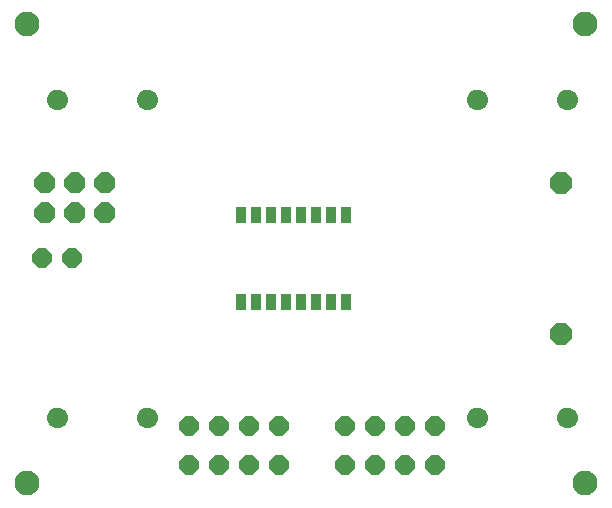
<source format=gbs>
G75*
%MOIN*%
%OFA0B0*%
%FSLAX25Y25*%
%IPPOS*%
%LPD*%
%AMOC8*
5,1,8,0,0,1.08239X$1,22.5*
%
%ADD10C,0.08274*%
%ADD11OC8,0.06400*%
%ADD12C,0.03500*%
%ADD13OC8,0.07000*%
%ADD14OC8,0.07400*%
%ADD15R,0.03400X0.05400*%
D10*
X0007800Y0007800D03*
X0007800Y0160800D03*
X0193800Y0160800D03*
X0193800Y0007800D03*
D11*
X0143800Y0013800D03*
X0133800Y0013800D03*
X0123800Y0013800D03*
X0113800Y0013800D03*
X0113800Y0026800D03*
X0123800Y0026800D03*
X0133800Y0026800D03*
X0143800Y0026800D03*
X0091800Y0026800D03*
X0081800Y0026800D03*
X0071800Y0026800D03*
X0061800Y0026800D03*
X0061800Y0013800D03*
X0071800Y0013800D03*
X0081800Y0013800D03*
X0091800Y0013800D03*
X0022800Y0082800D03*
X0012800Y0082800D03*
D12*
X0016219Y0135800D02*
X0016221Y0135879D01*
X0016227Y0135959D01*
X0016237Y0136038D01*
X0016251Y0136116D01*
X0016269Y0136193D01*
X0016290Y0136270D01*
X0016316Y0136345D01*
X0016345Y0136419D01*
X0016378Y0136491D01*
X0016415Y0136562D01*
X0016455Y0136630D01*
X0016498Y0136697D01*
X0016545Y0136761D01*
X0016595Y0136823D01*
X0016648Y0136882D01*
X0016703Y0136939D01*
X0016762Y0136992D01*
X0016823Y0137043D01*
X0016887Y0137091D01*
X0016953Y0137135D01*
X0017021Y0137176D01*
X0017091Y0137213D01*
X0017163Y0137247D01*
X0017237Y0137277D01*
X0017311Y0137304D01*
X0017388Y0137326D01*
X0017465Y0137345D01*
X0017543Y0137360D01*
X0017622Y0137371D01*
X0017701Y0137378D01*
X0017780Y0137381D01*
X0017860Y0137380D01*
X0017939Y0137375D01*
X0018018Y0137366D01*
X0018096Y0137353D01*
X0018174Y0137336D01*
X0018251Y0137315D01*
X0018326Y0137291D01*
X0018400Y0137263D01*
X0018473Y0137231D01*
X0018544Y0137195D01*
X0018613Y0137156D01*
X0018680Y0137113D01*
X0018745Y0137067D01*
X0018808Y0137018D01*
X0018868Y0136966D01*
X0018925Y0136911D01*
X0018979Y0136853D01*
X0019031Y0136792D01*
X0019079Y0136729D01*
X0019124Y0136664D01*
X0019166Y0136596D01*
X0019204Y0136527D01*
X0019239Y0136455D01*
X0019270Y0136382D01*
X0019297Y0136307D01*
X0019321Y0136232D01*
X0019341Y0136155D01*
X0019357Y0136077D01*
X0019369Y0135998D01*
X0019377Y0135919D01*
X0019381Y0135840D01*
X0019381Y0135760D01*
X0019377Y0135681D01*
X0019369Y0135602D01*
X0019357Y0135523D01*
X0019341Y0135445D01*
X0019321Y0135368D01*
X0019297Y0135293D01*
X0019270Y0135218D01*
X0019239Y0135145D01*
X0019204Y0135073D01*
X0019166Y0135004D01*
X0019124Y0134936D01*
X0019079Y0134871D01*
X0019031Y0134808D01*
X0018979Y0134747D01*
X0018925Y0134689D01*
X0018868Y0134634D01*
X0018808Y0134582D01*
X0018745Y0134533D01*
X0018680Y0134487D01*
X0018613Y0134444D01*
X0018544Y0134405D01*
X0018473Y0134369D01*
X0018400Y0134337D01*
X0018326Y0134309D01*
X0018251Y0134285D01*
X0018174Y0134264D01*
X0018096Y0134247D01*
X0018018Y0134234D01*
X0017939Y0134225D01*
X0017860Y0134220D01*
X0017780Y0134219D01*
X0017701Y0134222D01*
X0017622Y0134229D01*
X0017543Y0134240D01*
X0017465Y0134255D01*
X0017388Y0134274D01*
X0017311Y0134296D01*
X0017237Y0134323D01*
X0017163Y0134353D01*
X0017091Y0134387D01*
X0017021Y0134424D01*
X0016953Y0134465D01*
X0016887Y0134509D01*
X0016823Y0134557D01*
X0016762Y0134608D01*
X0016703Y0134661D01*
X0016648Y0134718D01*
X0016595Y0134777D01*
X0016545Y0134839D01*
X0016498Y0134903D01*
X0016455Y0134970D01*
X0016415Y0135038D01*
X0016378Y0135109D01*
X0016345Y0135181D01*
X0016316Y0135255D01*
X0016290Y0135330D01*
X0016269Y0135407D01*
X0016251Y0135484D01*
X0016237Y0135562D01*
X0016227Y0135641D01*
X0016221Y0135721D01*
X0016219Y0135800D01*
X0046219Y0135800D02*
X0046221Y0135879D01*
X0046227Y0135959D01*
X0046237Y0136038D01*
X0046251Y0136116D01*
X0046269Y0136193D01*
X0046290Y0136270D01*
X0046316Y0136345D01*
X0046345Y0136419D01*
X0046378Y0136491D01*
X0046415Y0136562D01*
X0046455Y0136630D01*
X0046498Y0136697D01*
X0046545Y0136761D01*
X0046595Y0136823D01*
X0046648Y0136882D01*
X0046703Y0136939D01*
X0046762Y0136992D01*
X0046823Y0137043D01*
X0046887Y0137091D01*
X0046953Y0137135D01*
X0047021Y0137176D01*
X0047091Y0137213D01*
X0047163Y0137247D01*
X0047237Y0137277D01*
X0047311Y0137304D01*
X0047388Y0137326D01*
X0047465Y0137345D01*
X0047543Y0137360D01*
X0047622Y0137371D01*
X0047701Y0137378D01*
X0047780Y0137381D01*
X0047860Y0137380D01*
X0047939Y0137375D01*
X0048018Y0137366D01*
X0048096Y0137353D01*
X0048174Y0137336D01*
X0048251Y0137315D01*
X0048326Y0137291D01*
X0048400Y0137263D01*
X0048473Y0137231D01*
X0048544Y0137195D01*
X0048613Y0137156D01*
X0048680Y0137113D01*
X0048745Y0137067D01*
X0048808Y0137018D01*
X0048868Y0136966D01*
X0048925Y0136911D01*
X0048979Y0136853D01*
X0049031Y0136792D01*
X0049079Y0136729D01*
X0049124Y0136664D01*
X0049166Y0136596D01*
X0049204Y0136527D01*
X0049239Y0136455D01*
X0049270Y0136382D01*
X0049297Y0136307D01*
X0049321Y0136232D01*
X0049341Y0136155D01*
X0049357Y0136077D01*
X0049369Y0135998D01*
X0049377Y0135919D01*
X0049381Y0135840D01*
X0049381Y0135760D01*
X0049377Y0135681D01*
X0049369Y0135602D01*
X0049357Y0135523D01*
X0049341Y0135445D01*
X0049321Y0135368D01*
X0049297Y0135293D01*
X0049270Y0135218D01*
X0049239Y0135145D01*
X0049204Y0135073D01*
X0049166Y0135004D01*
X0049124Y0134936D01*
X0049079Y0134871D01*
X0049031Y0134808D01*
X0048979Y0134747D01*
X0048925Y0134689D01*
X0048868Y0134634D01*
X0048808Y0134582D01*
X0048745Y0134533D01*
X0048680Y0134487D01*
X0048613Y0134444D01*
X0048544Y0134405D01*
X0048473Y0134369D01*
X0048400Y0134337D01*
X0048326Y0134309D01*
X0048251Y0134285D01*
X0048174Y0134264D01*
X0048096Y0134247D01*
X0048018Y0134234D01*
X0047939Y0134225D01*
X0047860Y0134220D01*
X0047780Y0134219D01*
X0047701Y0134222D01*
X0047622Y0134229D01*
X0047543Y0134240D01*
X0047465Y0134255D01*
X0047388Y0134274D01*
X0047311Y0134296D01*
X0047237Y0134323D01*
X0047163Y0134353D01*
X0047091Y0134387D01*
X0047021Y0134424D01*
X0046953Y0134465D01*
X0046887Y0134509D01*
X0046823Y0134557D01*
X0046762Y0134608D01*
X0046703Y0134661D01*
X0046648Y0134718D01*
X0046595Y0134777D01*
X0046545Y0134839D01*
X0046498Y0134903D01*
X0046455Y0134970D01*
X0046415Y0135038D01*
X0046378Y0135109D01*
X0046345Y0135181D01*
X0046316Y0135255D01*
X0046290Y0135330D01*
X0046269Y0135407D01*
X0046251Y0135484D01*
X0046237Y0135562D01*
X0046227Y0135641D01*
X0046221Y0135721D01*
X0046219Y0135800D01*
X0156219Y0135800D02*
X0156221Y0135879D01*
X0156227Y0135959D01*
X0156237Y0136038D01*
X0156251Y0136116D01*
X0156269Y0136193D01*
X0156290Y0136270D01*
X0156316Y0136345D01*
X0156345Y0136419D01*
X0156378Y0136491D01*
X0156415Y0136562D01*
X0156455Y0136630D01*
X0156498Y0136697D01*
X0156545Y0136761D01*
X0156595Y0136823D01*
X0156648Y0136882D01*
X0156703Y0136939D01*
X0156762Y0136992D01*
X0156823Y0137043D01*
X0156887Y0137091D01*
X0156953Y0137135D01*
X0157021Y0137176D01*
X0157091Y0137213D01*
X0157163Y0137247D01*
X0157237Y0137277D01*
X0157311Y0137304D01*
X0157388Y0137326D01*
X0157465Y0137345D01*
X0157543Y0137360D01*
X0157622Y0137371D01*
X0157701Y0137378D01*
X0157780Y0137381D01*
X0157860Y0137380D01*
X0157939Y0137375D01*
X0158018Y0137366D01*
X0158096Y0137353D01*
X0158174Y0137336D01*
X0158251Y0137315D01*
X0158326Y0137291D01*
X0158400Y0137263D01*
X0158473Y0137231D01*
X0158544Y0137195D01*
X0158613Y0137156D01*
X0158680Y0137113D01*
X0158745Y0137067D01*
X0158808Y0137018D01*
X0158868Y0136966D01*
X0158925Y0136911D01*
X0158979Y0136853D01*
X0159031Y0136792D01*
X0159079Y0136729D01*
X0159124Y0136664D01*
X0159166Y0136596D01*
X0159204Y0136527D01*
X0159239Y0136455D01*
X0159270Y0136382D01*
X0159297Y0136307D01*
X0159321Y0136232D01*
X0159341Y0136155D01*
X0159357Y0136077D01*
X0159369Y0135998D01*
X0159377Y0135919D01*
X0159381Y0135840D01*
X0159381Y0135760D01*
X0159377Y0135681D01*
X0159369Y0135602D01*
X0159357Y0135523D01*
X0159341Y0135445D01*
X0159321Y0135368D01*
X0159297Y0135293D01*
X0159270Y0135218D01*
X0159239Y0135145D01*
X0159204Y0135073D01*
X0159166Y0135004D01*
X0159124Y0134936D01*
X0159079Y0134871D01*
X0159031Y0134808D01*
X0158979Y0134747D01*
X0158925Y0134689D01*
X0158868Y0134634D01*
X0158808Y0134582D01*
X0158745Y0134533D01*
X0158680Y0134487D01*
X0158613Y0134444D01*
X0158544Y0134405D01*
X0158473Y0134369D01*
X0158400Y0134337D01*
X0158326Y0134309D01*
X0158251Y0134285D01*
X0158174Y0134264D01*
X0158096Y0134247D01*
X0158018Y0134234D01*
X0157939Y0134225D01*
X0157860Y0134220D01*
X0157780Y0134219D01*
X0157701Y0134222D01*
X0157622Y0134229D01*
X0157543Y0134240D01*
X0157465Y0134255D01*
X0157388Y0134274D01*
X0157311Y0134296D01*
X0157237Y0134323D01*
X0157163Y0134353D01*
X0157091Y0134387D01*
X0157021Y0134424D01*
X0156953Y0134465D01*
X0156887Y0134509D01*
X0156823Y0134557D01*
X0156762Y0134608D01*
X0156703Y0134661D01*
X0156648Y0134718D01*
X0156595Y0134777D01*
X0156545Y0134839D01*
X0156498Y0134903D01*
X0156455Y0134970D01*
X0156415Y0135038D01*
X0156378Y0135109D01*
X0156345Y0135181D01*
X0156316Y0135255D01*
X0156290Y0135330D01*
X0156269Y0135407D01*
X0156251Y0135484D01*
X0156237Y0135562D01*
X0156227Y0135641D01*
X0156221Y0135721D01*
X0156219Y0135800D01*
X0186219Y0135800D02*
X0186221Y0135879D01*
X0186227Y0135959D01*
X0186237Y0136038D01*
X0186251Y0136116D01*
X0186269Y0136193D01*
X0186290Y0136270D01*
X0186316Y0136345D01*
X0186345Y0136419D01*
X0186378Y0136491D01*
X0186415Y0136562D01*
X0186455Y0136630D01*
X0186498Y0136697D01*
X0186545Y0136761D01*
X0186595Y0136823D01*
X0186648Y0136882D01*
X0186703Y0136939D01*
X0186762Y0136992D01*
X0186823Y0137043D01*
X0186887Y0137091D01*
X0186953Y0137135D01*
X0187021Y0137176D01*
X0187091Y0137213D01*
X0187163Y0137247D01*
X0187237Y0137277D01*
X0187311Y0137304D01*
X0187388Y0137326D01*
X0187465Y0137345D01*
X0187543Y0137360D01*
X0187622Y0137371D01*
X0187701Y0137378D01*
X0187780Y0137381D01*
X0187860Y0137380D01*
X0187939Y0137375D01*
X0188018Y0137366D01*
X0188096Y0137353D01*
X0188174Y0137336D01*
X0188251Y0137315D01*
X0188326Y0137291D01*
X0188400Y0137263D01*
X0188473Y0137231D01*
X0188544Y0137195D01*
X0188613Y0137156D01*
X0188680Y0137113D01*
X0188745Y0137067D01*
X0188808Y0137018D01*
X0188868Y0136966D01*
X0188925Y0136911D01*
X0188979Y0136853D01*
X0189031Y0136792D01*
X0189079Y0136729D01*
X0189124Y0136664D01*
X0189166Y0136596D01*
X0189204Y0136527D01*
X0189239Y0136455D01*
X0189270Y0136382D01*
X0189297Y0136307D01*
X0189321Y0136232D01*
X0189341Y0136155D01*
X0189357Y0136077D01*
X0189369Y0135998D01*
X0189377Y0135919D01*
X0189381Y0135840D01*
X0189381Y0135760D01*
X0189377Y0135681D01*
X0189369Y0135602D01*
X0189357Y0135523D01*
X0189341Y0135445D01*
X0189321Y0135368D01*
X0189297Y0135293D01*
X0189270Y0135218D01*
X0189239Y0135145D01*
X0189204Y0135073D01*
X0189166Y0135004D01*
X0189124Y0134936D01*
X0189079Y0134871D01*
X0189031Y0134808D01*
X0188979Y0134747D01*
X0188925Y0134689D01*
X0188868Y0134634D01*
X0188808Y0134582D01*
X0188745Y0134533D01*
X0188680Y0134487D01*
X0188613Y0134444D01*
X0188544Y0134405D01*
X0188473Y0134369D01*
X0188400Y0134337D01*
X0188326Y0134309D01*
X0188251Y0134285D01*
X0188174Y0134264D01*
X0188096Y0134247D01*
X0188018Y0134234D01*
X0187939Y0134225D01*
X0187860Y0134220D01*
X0187780Y0134219D01*
X0187701Y0134222D01*
X0187622Y0134229D01*
X0187543Y0134240D01*
X0187465Y0134255D01*
X0187388Y0134274D01*
X0187311Y0134296D01*
X0187237Y0134323D01*
X0187163Y0134353D01*
X0187091Y0134387D01*
X0187021Y0134424D01*
X0186953Y0134465D01*
X0186887Y0134509D01*
X0186823Y0134557D01*
X0186762Y0134608D01*
X0186703Y0134661D01*
X0186648Y0134718D01*
X0186595Y0134777D01*
X0186545Y0134839D01*
X0186498Y0134903D01*
X0186455Y0134970D01*
X0186415Y0135038D01*
X0186378Y0135109D01*
X0186345Y0135181D01*
X0186316Y0135255D01*
X0186290Y0135330D01*
X0186269Y0135407D01*
X0186251Y0135484D01*
X0186237Y0135562D01*
X0186227Y0135641D01*
X0186221Y0135721D01*
X0186219Y0135800D01*
X0186219Y0029800D02*
X0186221Y0029879D01*
X0186227Y0029959D01*
X0186237Y0030038D01*
X0186251Y0030116D01*
X0186269Y0030193D01*
X0186290Y0030270D01*
X0186316Y0030345D01*
X0186345Y0030419D01*
X0186378Y0030491D01*
X0186415Y0030562D01*
X0186455Y0030630D01*
X0186498Y0030697D01*
X0186545Y0030761D01*
X0186595Y0030823D01*
X0186648Y0030882D01*
X0186703Y0030939D01*
X0186762Y0030992D01*
X0186823Y0031043D01*
X0186887Y0031091D01*
X0186953Y0031135D01*
X0187021Y0031176D01*
X0187091Y0031213D01*
X0187163Y0031247D01*
X0187237Y0031277D01*
X0187311Y0031304D01*
X0187388Y0031326D01*
X0187465Y0031345D01*
X0187543Y0031360D01*
X0187622Y0031371D01*
X0187701Y0031378D01*
X0187780Y0031381D01*
X0187860Y0031380D01*
X0187939Y0031375D01*
X0188018Y0031366D01*
X0188096Y0031353D01*
X0188174Y0031336D01*
X0188251Y0031315D01*
X0188326Y0031291D01*
X0188400Y0031263D01*
X0188473Y0031231D01*
X0188544Y0031195D01*
X0188613Y0031156D01*
X0188680Y0031113D01*
X0188745Y0031067D01*
X0188808Y0031018D01*
X0188868Y0030966D01*
X0188925Y0030911D01*
X0188979Y0030853D01*
X0189031Y0030792D01*
X0189079Y0030729D01*
X0189124Y0030664D01*
X0189166Y0030596D01*
X0189204Y0030527D01*
X0189239Y0030455D01*
X0189270Y0030382D01*
X0189297Y0030307D01*
X0189321Y0030232D01*
X0189341Y0030155D01*
X0189357Y0030077D01*
X0189369Y0029998D01*
X0189377Y0029919D01*
X0189381Y0029840D01*
X0189381Y0029760D01*
X0189377Y0029681D01*
X0189369Y0029602D01*
X0189357Y0029523D01*
X0189341Y0029445D01*
X0189321Y0029368D01*
X0189297Y0029293D01*
X0189270Y0029218D01*
X0189239Y0029145D01*
X0189204Y0029073D01*
X0189166Y0029004D01*
X0189124Y0028936D01*
X0189079Y0028871D01*
X0189031Y0028808D01*
X0188979Y0028747D01*
X0188925Y0028689D01*
X0188868Y0028634D01*
X0188808Y0028582D01*
X0188745Y0028533D01*
X0188680Y0028487D01*
X0188613Y0028444D01*
X0188544Y0028405D01*
X0188473Y0028369D01*
X0188400Y0028337D01*
X0188326Y0028309D01*
X0188251Y0028285D01*
X0188174Y0028264D01*
X0188096Y0028247D01*
X0188018Y0028234D01*
X0187939Y0028225D01*
X0187860Y0028220D01*
X0187780Y0028219D01*
X0187701Y0028222D01*
X0187622Y0028229D01*
X0187543Y0028240D01*
X0187465Y0028255D01*
X0187388Y0028274D01*
X0187311Y0028296D01*
X0187237Y0028323D01*
X0187163Y0028353D01*
X0187091Y0028387D01*
X0187021Y0028424D01*
X0186953Y0028465D01*
X0186887Y0028509D01*
X0186823Y0028557D01*
X0186762Y0028608D01*
X0186703Y0028661D01*
X0186648Y0028718D01*
X0186595Y0028777D01*
X0186545Y0028839D01*
X0186498Y0028903D01*
X0186455Y0028970D01*
X0186415Y0029038D01*
X0186378Y0029109D01*
X0186345Y0029181D01*
X0186316Y0029255D01*
X0186290Y0029330D01*
X0186269Y0029407D01*
X0186251Y0029484D01*
X0186237Y0029562D01*
X0186227Y0029641D01*
X0186221Y0029721D01*
X0186219Y0029800D01*
X0156219Y0029800D02*
X0156221Y0029879D01*
X0156227Y0029959D01*
X0156237Y0030038D01*
X0156251Y0030116D01*
X0156269Y0030193D01*
X0156290Y0030270D01*
X0156316Y0030345D01*
X0156345Y0030419D01*
X0156378Y0030491D01*
X0156415Y0030562D01*
X0156455Y0030630D01*
X0156498Y0030697D01*
X0156545Y0030761D01*
X0156595Y0030823D01*
X0156648Y0030882D01*
X0156703Y0030939D01*
X0156762Y0030992D01*
X0156823Y0031043D01*
X0156887Y0031091D01*
X0156953Y0031135D01*
X0157021Y0031176D01*
X0157091Y0031213D01*
X0157163Y0031247D01*
X0157237Y0031277D01*
X0157311Y0031304D01*
X0157388Y0031326D01*
X0157465Y0031345D01*
X0157543Y0031360D01*
X0157622Y0031371D01*
X0157701Y0031378D01*
X0157780Y0031381D01*
X0157860Y0031380D01*
X0157939Y0031375D01*
X0158018Y0031366D01*
X0158096Y0031353D01*
X0158174Y0031336D01*
X0158251Y0031315D01*
X0158326Y0031291D01*
X0158400Y0031263D01*
X0158473Y0031231D01*
X0158544Y0031195D01*
X0158613Y0031156D01*
X0158680Y0031113D01*
X0158745Y0031067D01*
X0158808Y0031018D01*
X0158868Y0030966D01*
X0158925Y0030911D01*
X0158979Y0030853D01*
X0159031Y0030792D01*
X0159079Y0030729D01*
X0159124Y0030664D01*
X0159166Y0030596D01*
X0159204Y0030527D01*
X0159239Y0030455D01*
X0159270Y0030382D01*
X0159297Y0030307D01*
X0159321Y0030232D01*
X0159341Y0030155D01*
X0159357Y0030077D01*
X0159369Y0029998D01*
X0159377Y0029919D01*
X0159381Y0029840D01*
X0159381Y0029760D01*
X0159377Y0029681D01*
X0159369Y0029602D01*
X0159357Y0029523D01*
X0159341Y0029445D01*
X0159321Y0029368D01*
X0159297Y0029293D01*
X0159270Y0029218D01*
X0159239Y0029145D01*
X0159204Y0029073D01*
X0159166Y0029004D01*
X0159124Y0028936D01*
X0159079Y0028871D01*
X0159031Y0028808D01*
X0158979Y0028747D01*
X0158925Y0028689D01*
X0158868Y0028634D01*
X0158808Y0028582D01*
X0158745Y0028533D01*
X0158680Y0028487D01*
X0158613Y0028444D01*
X0158544Y0028405D01*
X0158473Y0028369D01*
X0158400Y0028337D01*
X0158326Y0028309D01*
X0158251Y0028285D01*
X0158174Y0028264D01*
X0158096Y0028247D01*
X0158018Y0028234D01*
X0157939Y0028225D01*
X0157860Y0028220D01*
X0157780Y0028219D01*
X0157701Y0028222D01*
X0157622Y0028229D01*
X0157543Y0028240D01*
X0157465Y0028255D01*
X0157388Y0028274D01*
X0157311Y0028296D01*
X0157237Y0028323D01*
X0157163Y0028353D01*
X0157091Y0028387D01*
X0157021Y0028424D01*
X0156953Y0028465D01*
X0156887Y0028509D01*
X0156823Y0028557D01*
X0156762Y0028608D01*
X0156703Y0028661D01*
X0156648Y0028718D01*
X0156595Y0028777D01*
X0156545Y0028839D01*
X0156498Y0028903D01*
X0156455Y0028970D01*
X0156415Y0029038D01*
X0156378Y0029109D01*
X0156345Y0029181D01*
X0156316Y0029255D01*
X0156290Y0029330D01*
X0156269Y0029407D01*
X0156251Y0029484D01*
X0156237Y0029562D01*
X0156227Y0029641D01*
X0156221Y0029721D01*
X0156219Y0029800D01*
X0046219Y0029800D02*
X0046221Y0029879D01*
X0046227Y0029959D01*
X0046237Y0030038D01*
X0046251Y0030116D01*
X0046269Y0030193D01*
X0046290Y0030270D01*
X0046316Y0030345D01*
X0046345Y0030419D01*
X0046378Y0030491D01*
X0046415Y0030562D01*
X0046455Y0030630D01*
X0046498Y0030697D01*
X0046545Y0030761D01*
X0046595Y0030823D01*
X0046648Y0030882D01*
X0046703Y0030939D01*
X0046762Y0030992D01*
X0046823Y0031043D01*
X0046887Y0031091D01*
X0046953Y0031135D01*
X0047021Y0031176D01*
X0047091Y0031213D01*
X0047163Y0031247D01*
X0047237Y0031277D01*
X0047311Y0031304D01*
X0047388Y0031326D01*
X0047465Y0031345D01*
X0047543Y0031360D01*
X0047622Y0031371D01*
X0047701Y0031378D01*
X0047780Y0031381D01*
X0047860Y0031380D01*
X0047939Y0031375D01*
X0048018Y0031366D01*
X0048096Y0031353D01*
X0048174Y0031336D01*
X0048251Y0031315D01*
X0048326Y0031291D01*
X0048400Y0031263D01*
X0048473Y0031231D01*
X0048544Y0031195D01*
X0048613Y0031156D01*
X0048680Y0031113D01*
X0048745Y0031067D01*
X0048808Y0031018D01*
X0048868Y0030966D01*
X0048925Y0030911D01*
X0048979Y0030853D01*
X0049031Y0030792D01*
X0049079Y0030729D01*
X0049124Y0030664D01*
X0049166Y0030596D01*
X0049204Y0030527D01*
X0049239Y0030455D01*
X0049270Y0030382D01*
X0049297Y0030307D01*
X0049321Y0030232D01*
X0049341Y0030155D01*
X0049357Y0030077D01*
X0049369Y0029998D01*
X0049377Y0029919D01*
X0049381Y0029840D01*
X0049381Y0029760D01*
X0049377Y0029681D01*
X0049369Y0029602D01*
X0049357Y0029523D01*
X0049341Y0029445D01*
X0049321Y0029368D01*
X0049297Y0029293D01*
X0049270Y0029218D01*
X0049239Y0029145D01*
X0049204Y0029073D01*
X0049166Y0029004D01*
X0049124Y0028936D01*
X0049079Y0028871D01*
X0049031Y0028808D01*
X0048979Y0028747D01*
X0048925Y0028689D01*
X0048868Y0028634D01*
X0048808Y0028582D01*
X0048745Y0028533D01*
X0048680Y0028487D01*
X0048613Y0028444D01*
X0048544Y0028405D01*
X0048473Y0028369D01*
X0048400Y0028337D01*
X0048326Y0028309D01*
X0048251Y0028285D01*
X0048174Y0028264D01*
X0048096Y0028247D01*
X0048018Y0028234D01*
X0047939Y0028225D01*
X0047860Y0028220D01*
X0047780Y0028219D01*
X0047701Y0028222D01*
X0047622Y0028229D01*
X0047543Y0028240D01*
X0047465Y0028255D01*
X0047388Y0028274D01*
X0047311Y0028296D01*
X0047237Y0028323D01*
X0047163Y0028353D01*
X0047091Y0028387D01*
X0047021Y0028424D01*
X0046953Y0028465D01*
X0046887Y0028509D01*
X0046823Y0028557D01*
X0046762Y0028608D01*
X0046703Y0028661D01*
X0046648Y0028718D01*
X0046595Y0028777D01*
X0046545Y0028839D01*
X0046498Y0028903D01*
X0046455Y0028970D01*
X0046415Y0029038D01*
X0046378Y0029109D01*
X0046345Y0029181D01*
X0046316Y0029255D01*
X0046290Y0029330D01*
X0046269Y0029407D01*
X0046251Y0029484D01*
X0046237Y0029562D01*
X0046227Y0029641D01*
X0046221Y0029721D01*
X0046219Y0029800D01*
X0016219Y0029800D02*
X0016221Y0029879D01*
X0016227Y0029959D01*
X0016237Y0030038D01*
X0016251Y0030116D01*
X0016269Y0030193D01*
X0016290Y0030270D01*
X0016316Y0030345D01*
X0016345Y0030419D01*
X0016378Y0030491D01*
X0016415Y0030562D01*
X0016455Y0030630D01*
X0016498Y0030697D01*
X0016545Y0030761D01*
X0016595Y0030823D01*
X0016648Y0030882D01*
X0016703Y0030939D01*
X0016762Y0030992D01*
X0016823Y0031043D01*
X0016887Y0031091D01*
X0016953Y0031135D01*
X0017021Y0031176D01*
X0017091Y0031213D01*
X0017163Y0031247D01*
X0017237Y0031277D01*
X0017311Y0031304D01*
X0017388Y0031326D01*
X0017465Y0031345D01*
X0017543Y0031360D01*
X0017622Y0031371D01*
X0017701Y0031378D01*
X0017780Y0031381D01*
X0017860Y0031380D01*
X0017939Y0031375D01*
X0018018Y0031366D01*
X0018096Y0031353D01*
X0018174Y0031336D01*
X0018251Y0031315D01*
X0018326Y0031291D01*
X0018400Y0031263D01*
X0018473Y0031231D01*
X0018544Y0031195D01*
X0018613Y0031156D01*
X0018680Y0031113D01*
X0018745Y0031067D01*
X0018808Y0031018D01*
X0018868Y0030966D01*
X0018925Y0030911D01*
X0018979Y0030853D01*
X0019031Y0030792D01*
X0019079Y0030729D01*
X0019124Y0030664D01*
X0019166Y0030596D01*
X0019204Y0030527D01*
X0019239Y0030455D01*
X0019270Y0030382D01*
X0019297Y0030307D01*
X0019321Y0030232D01*
X0019341Y0030155D01*
X0019357Y0030077D01*
X0019369Y0029998D01*
X0019377Y0029919D01*
X0019381Y0029840D01*
X0019381Y0029760D01*
X0019377Y0029681D01*
X0019369Y0029602D01*
X0019357Y0029523D01*
X0019341Y0029445D01*
X0019321Y0029368D01*
X0019297Y0029293D01*
X0019270Y0029218D01*
X0019239Y0029145D01*
X0019204Y0029073D01*
X0019166Y0029004D01*
X0019124Y0028936D01*
X0019079Y0028871D01*
X0019031Y0028808D01*
X0018979Y0028747D01*
X0018925Y0028689D01*
X0018868Y0028634D01*
X0018808Y0028582D01*
X0018745Y0028533D01*
X0018680Y0028487D01*
X0018613Y0028444D01*
X0018544Y0028405D01*
X0018473Y0028369D01*
X0018400Y0028337D01*
X0018326Y0028309D01*
X0018251Y0028285D01*
X0018174Y0028264D01*
X0018096Y0028247D01*
X0018018Y0028234D01*
X0017939Y0028225D01*
X0017860Y0028220D01*
X0017780Y0028219D01*
X0017701Y0028222D01*
X0017622Y0028229D01*
X0017543Y0028240D01*
X0017465Y0028255D01*
X0017388Y0028274D01*
X0017311Y0028296D01*
X0017237Y0028323D01*
X0017163Y0028353D01*
X0017091Y0028387D01*
X0017021Y0028424D01*
X0016953Y0028465D01*
X0016887Y0028509D01*
X0016823Y0028557D01*
X0016762Y0028608D01*
X0016703Y0028661D01*
X0016648Y0028718D01*
X0016595Y0028777D01*
X0016545Y0028839D01*
X0016498Y0028903D01*
X0016455Y0028970D01*
X0016415Y0029038D01*
X0016378Y0029109D01*
X0016345Y0029181D01*
X0016316Y0029255D01*
X0016290Y0029330D01*
X0016269Y0029407D01*
X0016251Y0029484D01*
X0016237Y0029562D01*
X0016227Y0029641D01*
X0016221Y0029721D01*
X0016219Y0029800D01*
D13*
X0013800Y0097800D03*
X0013800Y0107800D03*
X0023800Y0107800D03*
X0023800Y0097800D03*
X0033800Y0097800D03*
X0033800Y0107800D03*
D14*
X0185800Y0107997D03*
X0185800Y0057603D03*
D15*
X0114300Y0068233D03*
X0109300Y0068233D03*
X0104300Y0068233D03*
X0099300Y0068233D03*
X0094300Y0068233D03*
X0089300Y0068233D03*
X0084300Y0068233D03*
X0079300Y0068233D03*
X0079300Y0097367D03*
X0084300Y0097367D03*
X0089300Y0097367D03*
X0094300Y0097367D03*
X0099300Y0097367D03*
X0104300Y0097367D03*
X0109300Y0097367D03*
X0114300Y0097367D03*
M02*

</source>
